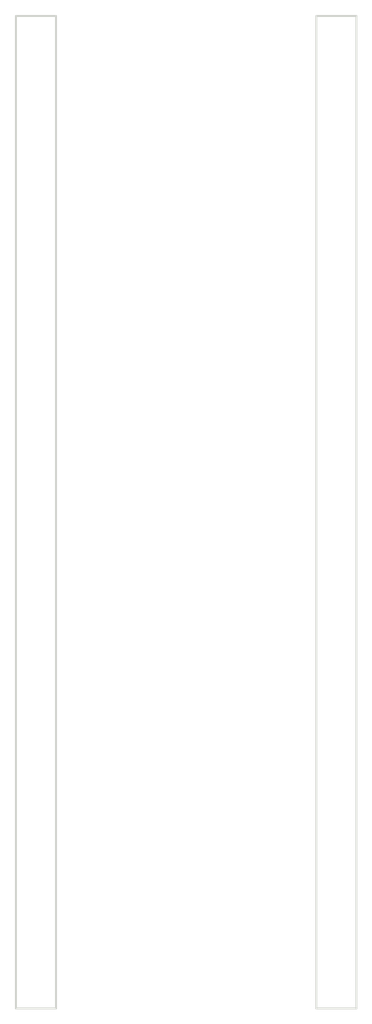
<source format=kicad_pcb>
(kicad_pcb (version 20241229) (generator "pcbnew") (generator_version "9.0")
  (title_block (title "Board 2x20 W15.24mm") (date "2025-09-29") (rev "V1"))
  (layers (0 "F.Cu" signal) (2 "B.Cu" signal) (13 "F.Paste" user) (15 "B.Paste" user) (5 "F.SilkS" user "F.Silkscreen") (7 "B.SilkS" user "B.Silkscreen") (1 "F.Mask" user) (3 "B.Mask" user) (25 "Edge.Cuts" user))
  (net 0 "")
  (footprint "SamacSys_Parts:PinHeader_1x20_P2.54mm_Vertical" (layer "B.Cu") (at 15.24 0 180)
    (property "Reference" "J3" (hide yes))
    (property "Value" "Pin_Header_01x20" (hide yes))
  )
  (footprint "SamacSys_Parts:PinHeader_1x20_P2.54mm_Vertical" (layer "B.Cu") (at 0 0 180)
    (property "Reference" "J2" (hide yes))
    (property "Value" "Pin_Header_01x20" (hide yes))
  )
  (gr_line (start -1.016 49.276) (end -1.016 -1.016) (stroke (width 0.1)) (layer "Edge.Cuts"))
  (gr_line (start -1.016 -1.016) (end 1.016 -1.016) (stroke (width 0.1)) (layer "Edge.Cuts"))
  (gr_line (start 16.256 49.276) (end 14.224 49.276) (stroke (width 0.1)) (layer "Edge.Cuts"))
  (gr_line (start 14.224 -1.016) (end 16.256 -1.016) (stroke (width 0.1)) (layer "Edge.Cuts"))
  (gr_line (start 1.016 49.276) (end -1.016 49.276) (stroke (width 0.1)) (layer "Edge.Cuts"))
  (gr_line (start 1.016 -1.016) (end 1.016 49.276) (stroke (width 0.1)) (layer "Edge.Cuts"))
  (gr_line (start 14.224 49.276) (end 14.224 -1.016) (stroke (width 0.1)) (layer "Edge.Cuts"))
  (gr_line (start 16.256 -1.016) (end 16.256 49.276) (stroke (width 0.1)) (layer "Edge.Cuts"))
)
</source>
